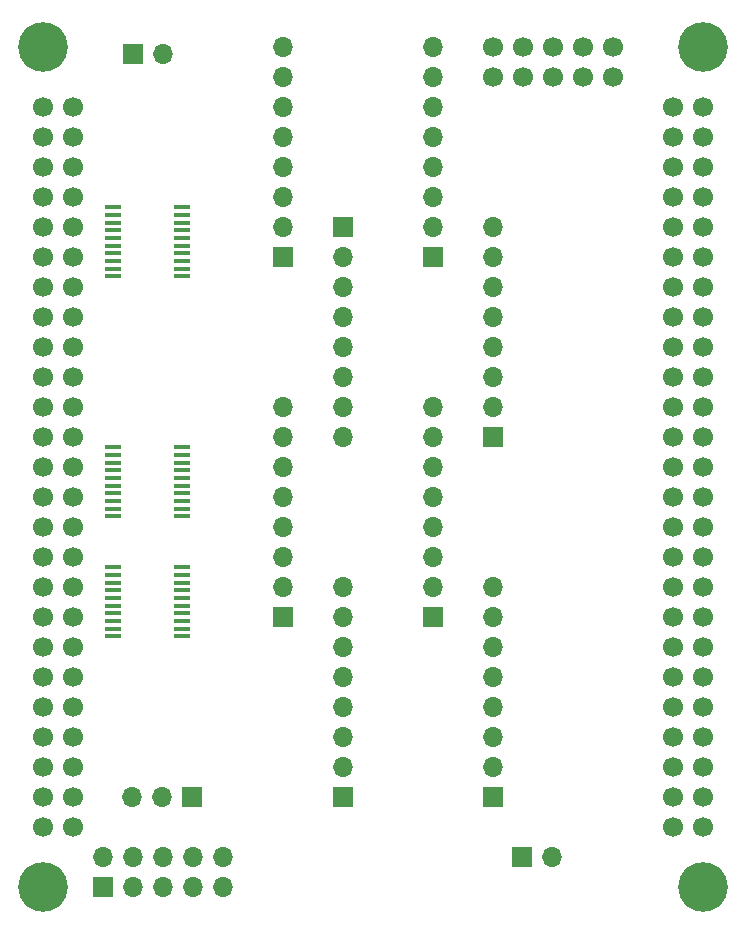
<source format=gbs>
G04 #@! TF.GenerationSoftware,KiCad,Pcbnew,7.0.1*
G04 #@! TF.CreationDate,2023-04-30T12:50:43-04:00*
G04 #@! TF.ProjectId,5v levelshifter board,3576206c-6576-4656-9c73-686966746572,rev?*
G04 #@! TF.SameCoordinates,Original*
G04 #@! TF.FileFunction,Soldermask,Bot*
G04 #@! TF.FilePolarity,Negative*
%FSLAX46Y46*%
G04 Gerber Fmt 4.6, Leading zero omitted, Abs format (unit mm)*
G04 Created by KiCad (PCBNEW 7.0.1) date 2023-04-30 12:50:43*
%MOMM*%
%LPD*%
G01*
G04 APERTURE LIST*
%ADD10R,1.700000X1.700000*%
%ADD11O,1.700000X1.700000*%
%ADD12C,4.200000*%
%ADD13C,1.700000*%
%ADD14R,1.475000X0.450000*%
G04 APERTURE END LIST*
D10*
X156845000Y-92075000D03*
D11*
X156845000Y-89535000D03*
X156845000Y-86995000D03*
X156845000Y-84455000D03*
X156845000Y-81915000D03*
X156845000Y-79375000D03*
X156845000Y-76835000D03*
X156845000Y-74295000D03*
D10*
X128905000Y-145415000D03*
D11*
X128905000Y-142875000D03*
X131445000Y-145415000D03*
X131445000Y-142875000D03*
X133985000Y-145415000D03*
X133985000Y-142875000D03*
X136525000Y-145415000D03*
X136525000Y-142875000D03*
X139065000Y-145415000D03*
X139065000Y-142875000D03*
D10*
X131445000Y-74930000D03*
D11*
X133985000Y-74930000D03*
D10*
X161925000Y-107315000D03*
D11*
X161925000Y-104775000D03*
X161925000Y-102235000D03*
X161925000Y-99695000D03*
X161925000Y-97155000D03*
X161925000Y-94615000D03*
X161925000Y-92075000D03*
X161925000Y-89535000D03*
D10*
X136510000Y-137795000D03*
D11*
X133970000Y-137795000D03*
X131430000Y-137795000D03*
D12*
X179705000Y-74295000D03*
X123825000Y-74295000D03*
X179705000Y-145425000D03*
X123825000Y-145425000D03*
D13*
X177165000Y-81915000D03*
X123825000Y-81915000D03*
X177165000Y-120015000D03*
X179705000Y-120015000D03*
X177165000Y-117475000D03*
X179705000Y-117475000D03*
X177165000Y-114935000D03*
X179705000Y-114935000D03*
X177165000Y-112395000D03*
X179705000Y-112395000D03*
X177165000Y-109855000D03*
X179705000Y-109855000D03*
X177165000Y-107315000D03*
X179705000Y-107315000D03*
X177165000Y-104775000D03*
X179705000Y-104775000D03*
X177165000Y-102235000D03*
X179705000Y-102235000D03*
X177165000Y-99695000D03*
X179705000Y-99695000D03*
X177165000Y-97155000D03*
X179705000Y-97155000D03*
X177165000Y-94615000D03*
X179705000Y-94615000D03*
X177165000Y-92075000D03*
X179705000Y-92075000D03*
X177165000Y-89535000D03*
X179705000Y-89535000D03*
X177165000Y-86995000D03*
X179705000Y-86995000D03*
X177165000Y-84455000D03*
X179705000Y-84455000D03*
X123825000Y-86995000D03*
X126365000Y-86995000D03*
X123825000Y-89535000D03*
X126365000Y-89535000D03*
X123825000Y-92075000D03*
X126365000Y-92075000D03*
X123825000Y-94615000D03*
X126365000Y-94615000D03*
X123825000Y-97155000D03*
X126365000Y-97155000D03*
X123825000Y-99695000D03*
X126365000Y-99695000D03*
X123825000Y-102235000D03*
X126365000Y-102235000D03*
X123825000Y-104775000D03*
X126365000Y-104775000D03*
X123825000Y-107315000D03*
X126365000Y-107315000D03*
X123825000Y-109855000D03*
X126365000Y-109855000D03*
X123825000Y-112395000D03*
X126365000Y-112395000D03*
X123825000Y-114935000D03*
X126365000Y-114935000D03*
X123825000Y-117475000D03*
X126365000Y-117475000D03*
X123825000Y-120015000D03*
X126365000Y-120015000D03*
X123825000Y-122555000D03*
X126365000Y-122555000D03*
X123825000Y-125095000D03*
X126365000Y-125095000D03*
X123825000Y-127635000D03*
X126365000Y-127635000D03*
X123825000Y-130175000D03*
X126365000Y-130175000D03*
X123825000Y-132715000D03*
X126365000Y-132715000D03*
X177165000Y-140335000D03*
X179705000Y-140335000D03*
X177165000Y-137795000D03*
X179705000Y-137795000D03*
X177165000Y-135255000D03*
X179705000Y-135255000D03*
X177165000Y-132715000D03*
X179705000Y-132715000D03*
X177165000Y-130175000D03*
X179705000Y-130175000D03*
X177165000Y-127635000D03*
X179705000Y-127635000D03*
X177165000Y-125095000D03*
X179705000Y-125095000D03*
X177165000Y-122555000D03*
X179705000Y-122555000D03*
X161925000Y-76835000D03*
X161925000Y-74295000D03*
X164465000Y-76835000D03*
X164465000Y-74295000D03*
X167005000Y-76835000D03*
X167005000Y-74295000D03*
X169545000Y-76835000D03*
X169545000Y-74295000D03*
X172085000Y-74295000D03*
X123825000Y-84455000D03*
X172085000Y-76835000D03*
X179705000Y-79375000D03*
X126365000Y-79375000D03*
X179705000Y-81915000D03*
X126365000Y-81915000D03*
X123825000Y-140335000D03*
X177165000Y-79375000D03*
X123825000Y-79375000D03*
X126365000Y-140335000D03*
X126365000Y-84455000D03*
X123825000Y-137795000D03*
X126365000Y-137795000D03*
X123825000Y-135255000D03*
X126365000Y-135255000D03*
D10*
X144145000Y-122555000D03*
D11*
X144145000Y-120015000D03*
X144145000Y-117475000D03*
X144145000Y-114935000D03*
X144145000Y-112395000D03*
X144145000Y-109855000D03*
X144145000Y-107315000D03*
X144145000Y-104775000D03*
D10*
X144145000Y-92075000D03*
D11*
X144145000Y-89535000D03*
X144145000Y-86995000D03*
X144145000Y-84455000D03*
X144145000Y-81915000D03*
X144145000Y-79375000D03*
X144145000Y-76835000D03*
X144145000Y-74295000D03*
D10*
X161925000Y-137795000D03*
D11*
X161925000Y-135255000D03*
X161925000Y-132715000D03*
X161925000Y-130175000D03*
X161925000Y-127635000D03*
X161925000Y-125095000D03*
X161925000Y-122555000D03*
X161925000Y-120015000D03*
D10*
X156845000Y-122555000D03*
D11*
X156845000Y-120015000D03*
X156845000Y-117475000D03*
X156845000Y-114935000D03*
X156845000Y-112395000D03*
X156845000Y-109855000D03*
X156845000Y-107315000D03*
X156845000Y-104775000D03*
D10*
X149225000Y-137795000D03*
D11*
X149225000Y-135255000D03*
X149225000Y-132715000D03*
X149225000Y-130175000D03*
X149225000Y-127635000D03*
X149225000Y-125095000D03*
X149225000Y-122555000D03*
X149225000Y-120015000D03*
D10*
X149225000Y-89535000D03*
D11*
X149225000Y-92075000D03*
X149225000Y-94615000D03*
X149225000Y-97155000D03*
X149225000Y-99695000D03*
X149225000Y-102235000D03*
X149225000Y-104775000D03*
X149225000Y-107315000D03*
D10*
X164460000Y-142875000D03*
D11*
X167000000Y-142875000D03*
D14*
X129777000Y-124210000D03*
X129777000Y-123560000D03*
X129777000Y-122910000D03*
X129777000Y-122260000D03*
X129777000Y-121610000D03*
X129777000Y-120960000D03*
X129777000Y-120310000D03*
X129777000Y-119660000D03*
X129777000Y-119010000D03*
X129777000Y-118360000D03*
X135653000Y-118360000D03*
X135653000Y-119010000D03*
X135653000Y-119660000D03*
X135653000Y-120310000D03*
X135653000Y-120960000D03*
X135653000Y-121610000D03*
X135653000Y-122260000D03*
X135653000Y-122910000D03*
X135653000Y-123560000D03*
X135653000Y-124210000D03*
X129777000Y-114050000D03*
X129777000Y-113400000D03*
X129777000Y-112750000D03*
X129777000Y-112100000D03*
X129777000Y-111450000D03*
X129777000Y-110800000D03*
X129777000Y-110150000D03*
X129777000Y-109500000D03*
X129777000Y-108850000D03*
X129777000Y-108200000D03*
X135653000Y-108200000D03*
X135653000Y-108850000D03*
X135653000Y-109500000D03*
X135653000Y-110150000D03*
X135653000Y-110800000D03*
X135653000Y-111450000D03*
X135653000Y-112100000D03*
X135653000Y-112750000D03*
X135653000Y-113400000D03*
X135653000Y-114050000D03*
X129777000Y-93730000D03*
X129777000Y-93080000D03*
X129777000Y-92430000D03*
X129777000Y-91780000D03*
X129777000Y-91130000D03*
X129777000Y-90480000D03*
X129777000Y-89830000D03*
X129777000Y-89180000D03*
X129777000Y-88530000D03*
X129777000Y-87880000D03*
X135653000Y-87880000D03*
X135653000Y-88530000D03*
X135653000Y-89180000D03*
X135653000Y-89830000D03*
X135653000Y-90480000D03*
X135653000Y-91130000D03*
X135653000Y-91780000D03*
X135653000Y-92430000D03*
X135653000Y-93080000D03*
X135653000Y-93730000D03*
M02*

</source>
